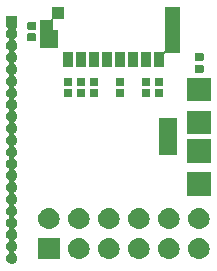
<source format=gbr>
G04 #@! TF.GenerationSoftware,KiCad,Pcbnew,5.1.2+dfsg1-1*
G04 #@! TF.CreationDate,2019-07-11T20:13:02+09:00*
G04 #@! TF.ProjectId,slice_sdusbios,736c6963-655f-4736-9475-7362696f732e,rev?*
G04 #@! TF.SameCoordinates,Original*
G04 #@! TF.FileFunction,Soldermask,Top*
G04 #@! TF.FilePolarity,Negative*
%FSLAX46Y46*%
G04 Gerber Fmt 4.6, Leading zero omitted, Abs format (unit mm)*
G04 Created by KiCad (PCBNEW 5.1.2+dfsg1-1) date 2019-07-11 20:13:02*
%MOMM*%
%LPD*%
G04 APERTURE LIST*
%ADD10C,0.150000*%
G04 APERTURE END LIST*
D10*
G36*
X145726000Y-84976000D02*
G01*
X145700025Y-84976000D01*
X145675639Y-84978402D01*
X145652190Y-84985515D01*
X145630579Y-84997066D01*
X145611637Y-85012611D01*
X145596092Y-85031553D01*
X145584541Y-85053164D01*
X145577428Y-85076613D01*
X145575026Y-85100999D01*
X145577428Y-85125385D01*
X145584541Y-85148834D01*
X145603396Y-85180292D01*
X145647694Y-85234269D01*
X145691894Y-85316961D01*
X145719113Y-85406688D01*
X145728303Y-85500000D01*
X145719113Y-85593312D01*
X145691894Y-85683039D01*
X145647694Y-85765731D01*
X145588211Y-85838211D01*
X145515731Y-85897694D01*
X145515726Y-85897697D01*
X145508808Y-85903374D01*
X145491481Y-85920701D01*
X145477867Y-85941075D01*
X145468490Y-85963714D01*
X145463709Y-85987747D01*
X145463709Y-86012251D01*
X145468489Y-86036285D01*
X145477866Y-86058924D01*
X145491480Y-86079298D01*
X145508808Y-86096626D01*
X145515726Y-86102303D01*
X145515731Y-86102306D01*
X145588211Y-86161789D01*
X145647694Y-86234269D01*
X145691894Y-86316961D01*
X145719113Y-86406688D01*
X145728303Y-86500000D01*
X145719113Y-86593312D01*
X145691894Y-86683039D01*
X145647694Y-86765731D01*
X145588211Y-86838211D01*
X145515731Y-86897694D01*
X145515726Y-86897697D01*
X145508808Y-86903374D01*
X145491481Y-86920701D01*
X145477867Y-86941075D01*
X145468490Y-86963714D01*
X145463709Y-86987747D01*
X145463709Y-87012251D01*
X145468489Y-87036285D01*
X145477866Y-87058924D01*
X145491480Y-87079298D01*
X145508808Y-87096626D01*
X145515726Y-87102303D01*
X145515731Y-87102306D01*
X145588211Y-87161789D01*
X145647694Y-87234269D01*
X145691894Y-87316961D01*
X145719113Y-87406688D01*
X145728303Y-87500000D01*
X145719113Y-87593312D01*
X145691894Y-87683039D01*
X145647694Y-87765731D01*
X145588211Y-87838211D01*
X145515731Y-87897694D01*
X145515726Y-87897697D01*
X145508808Y-87903374D01*
X145491481Y-87920701D01*
X145477867Y-87941075D01*
X145468490Y-87963714D01*
X145463709Y-87987747D01*
X145463709Y-88012251D01*
X145468489Y-88036285D01*
X145477866Y-88058924D01*
X145491480Y-88079298D01*
X145508808Y-88096626D01*
X145515726Y-88102303D01*
X145515731Y-88102306D01*
X145588211Y-88161789D01*
X145647694Y-88234269D01*
X145691894Y-88316961D01*
X145719113Y-88406688D01*
X145728303Y-88500000D01*
X145719113Y-88593312D01*
X145691894Y-88683039D01*
X145647694Y-88765731D01*
X145588211Y-88838211D01*
X145515731Y-88897694D01*
X145515726Y-88897697D01*
X145508808Y-88903374D01*
X145491481Y-88920701D01*
X145477867Y-88941075D01*
X145468490Y-88963714D01*
X145463709Y-88987747D01*
X145463709Y-89012251D01*
X145468489Y-89036285D01*
X145477866Y-89058924D01*
X145491480Y-89079298D01*
X145508808Y-89096626D01*
X145515726Y-89102303D01*
X145515731Y-89102306D01*
X145588211Y-89161789D01*
X145647694Y-89234269D01*
X145691894Y-89316961D01*
X145719113Y-89406688D01*
X145728303Y-89500000D01*
X145719113Y-89593312D01*
X145691894Y-89683039D01*
X145647694Y-89765731D01*
X145588211Y-89838211D01*
X145515731Y-89897694D01*
X145515726Y-89897697D01*
X145508808Y-89903374D01*
X145491481Y-89920701D01*
X145477867Y-89941075D01*
X145468490Y-89963714D01*
X145463709Y-89987747D01*
X145463709Y-90012251D01*
X145468489Y-90036285D01*
X145477866Y-90058924D01*
X145491480Y-90079298D01*
X145508808Y-90096626D01*
X145515726Y-90102303D01*
X145515731Y-90102306D01*
X145588211Y-90161789D01*
X145647694Y-90234269D01*
X145691894Y-90316961D01*
X145719113Y-90406688D01*
X145728303Y-90500000D01*
X145719113Y-90593312D01*
X145691894Y-90683039D01*
X145647694Y-90765731D01*
X145588211Y-90838211D01*
X145515731Y-90897694D01*
X145515726Y-90897697D01*
X145508808Y-90903374D01*
X145491481Y-90920701D01*
X145477867Y-90941075D01*
X145468490Y-90963714D01*
X145463709Y-90987747D01*
X145463709Y-91012251D01*
X145468489Y-91036285D01*
X145477866Y-91058924D01*
X145491480Y-91079298D01*
X145508808Y-91096626D01*
X145515726Y-91102303D01*
X145515731Y-91102306D01*
X145588211Y-91161789D01*
X145647694Y-91234269D01*
X145691894Y-91316961D01*
X145719113Y-91406688D01*
X145728303Y-91500000D01*
X145719113Y-91593312D01*
X145691894Y-91683039D01*
X145647694Y-91765731D01*
X145588211Y-91838211D01*
X145515731Y-91897694D01*
X145515726Y-91897697D01*
X145508808Y-91903374D01*
X145491481Y-91920701D01*
X145477867Y-91941075D01*
X145468490Y-91963714D01*
X145463709Y-91987747D01*
X145463709Y-92012251D01*
X145468489Y-92036285D01*
X145477866Y-92058924D01*
X145491480Y-92079298D01*
X145508808Y-92096626D01*
X145515726Y-92102303D01*
X145515731Y-92102306D01*
X145588211Y-92161789D01*
X145647694Y-92234269D01*
X145691894Y-92316961D01*
X145719113Y-92406688D01*
X145728303Y-92500000D01*
X145719113Y-92593312D01*
X145691894Y-92683039D01*
X145647694Y-92765731D01*
X145588211Y-92838211D01*
X145515731Y-92897694D01*
X145515726Y-92897697D01*
X145508808Y-92903374D01*
X145491481Y-92920701D01*
X145477867Y-92941075D01*
X145468490Y-92963714D01*
X145463709Y-92987747D01*
X145463709Y-93012251D01*
X145468489Y-93036285D01*
X145477866Y-93058924D01*
X145491480Y-93079298D01*
X145508808Y-93096626D01*
X145515726Y-93102303D01*
X145515731Y-93102306D01*
X145588211Y-93161789D01*
X145647694Y-93234269D01*
X145691894Y-93316961D01*
X145719113Y-93406688D01*
X145728303Y-93500000D01*
X145719113Y-93593312D01*
X145691894Y-93683039D01*
X145647694Y-93765731D01*
X145588211Y-93838211D01*
X145515731Y-93897694D01*
X145515726Y-93897697D01*
X145508808Y-93903374D01*
X145491481Y-93920701D01*
X145477867Y-93941075D01*
X145468490Y-93963714D01*
X145463709Y-93987747D01*
X145463709Y-94012251D01*
X145468489Y-94036285D01*
X145477866Y-94058924D01*
X145491480Y-94079298D01*
X145508808Y-94096626D01*
X145515726Y-94102303D01*
X145515731Y-94102306D01*
X145588211Y-94161789D01*
X145647694Y-94234269D01*
X145691894Y-94316961D01*
X145719113Y-94406688D01*
X145728303Y-94500000D01*
X145719113Y-94593312D01*
X145691894Y-94683039D01*
X145647694Y-94765731D01*
X145588211Y-94838211D01*
X145515731Y-94897694D01*
X145515726Y-94897697D01*
X145508808Y-94903374D01*
X145491481Y-94920701D01*
X145477867Y-94941075D01*
X145468490Y-94963714D01*
X145463709Y-94987747D01*
X145463709Y-95012251D01*
X145468489Y-95036285D01*
X145477866Y-95058924D01*
X145491480Y-95079298D01*
X145508808Y-95096626D01*
X145515726Y-95102303D01*
X145515731Y-95102306D01*
X145588211Y-95161789D01*
X145647694Y-95234269D01*
X145691894Y-95316961D01*
X145719113Y-95406688D01*
X145728303Y-95500000D01*
X145719113Y-95593312D01*
X145691894Y-95683039D01*
X145647694Y-95765731D01*
X145588211Y-95838211D01*
X145515731Y-95897694D01*
X145515726Y-95897697D01*
X145508808Y-95903374D01*
X145491481Y-95920701D01*
X145477867Y-95941075D01*
X145468490Y-95963714D01*
X145463709Y-95987747D01*
X145463709Y-96012251D01*
X145468489Y-96036285D01*
X145477866Y-96058924D01*
X145491480Y-96079298D01*
X145508808Y-96096626D01*
X145515726Y-96102303D01*
X145515731Y-96102306D01*
X145588211Y-96161789D01*
X145647694Y-96234269D01*
X145691894Y-96316961D01*
X145719113Y-96406688D01*
X145728303Y-96500000D01*
X145719113Y-96593312D01*
X145691894Y-96683039D01*
X145647694Y-96765731D01*
X145588211Y-96838211D01*
X145515731Y-96897694D01*
X145515726Y-96897697D01*
X145508808Y-96903374D01*
X145491481Y-96920701D01*
X145477867Y-96941075D01*
X145468490Y-96963714D01*
X145463709Y-96987747D01*
X145463709Y-97012251D01*
X145468489Y-97036285D01*
X145477866Y-97058924D01*
X145491480Y-97079298D01*
X145508808Y-97096626D01*
X145515726Y-97102303D01*
X145515731Y-97102306D01*
X145588211Y-97161789D01*
X145647694Y-97234269D01*
X145691894Y-97316961D01*
X145719113Y-97406688D01*
X145728303Y-97500000D01*
X145719113Y-97593312D01*
X145691894Y-97683039D01*
X145647694Y-97765731D01*
X145588211Y-97838211D01*
X145515731Y-97897694D01*
X145515726Y-97897697D01*
X145508808Y-97903374D01*
X145491481Y-97920701D01*
X145477867Y-97941075D01*
X145468490Y-97963714D01*
X145463709Y-97987747D01*
X145463709Y-98012251D01*
X145468489Y-98036285D01*
X145477866Y-98058924D01*
X145491480Y-98079298D01*
X145508808Y-98096626D01*
X145515726Y-98102303D01*
X145515731Y-98102306D01*
X145588211Y-98161789D01*
X145647694Y-98234269D01*
X145691894Y-98316961D01*
X145719113Y-98406688D01*
X145728303Y-98500000D01*
X145719113Y-98593312D01*
X145691894Y-98683039D01*
X145647694Y-98765731D01*
X145588211Y-98838211D01*
X145515731Y-98897694D01*
X145515726Y-98897697D01*
X145508808Y-98903374D01*
X145491481Y-98920701D01*
X145477867Y-98941075D01*
X145468490Y-98963714D01*
X145463709Y-98987747D01*
X145463709Y-99012251D01*
X145468489Y-99036285D01*
X145477866Y-99058924D01*
X145491480Y-99079298D01*
X145508808Y-99096626D01*
X145515726Y-99102303D01*
X145515731Y-99102306D01*
X145588211Y-99161789D01*
X145647694Y-99234269D01*
X145691894Y-99316961D01*
X145719113Y-99406688D01*
X145728303Y-99500000D01*
X145719113Y-99593312D01*
X145691894Y-99683039D01*
X145647694Y-99765731D01*
X145588211Y-99838211D01*
X145515731Y-99897694D01*
X145515726Y-99897697D01*
X145508808Y-99903374D01*
X145491481Y-99920701D01*
X145477867Y-99941075D01*
X145468490Y-99963714D01*
X145463709Y-99987747D01*
X145463709Y-100012251D01*
X145468489Y-100036285D01*
X145477866Y-100058924D01*
X145491480Y-100079298D01*
X145508808Y-100096626D01*
X145515726Y-100102303D01*
X145515731Y-100102306D01*
X145588211Y-100161789D01*
X145647694Y-100234269D01*
X145691894Y-100316961D01*
X145719113Y-100406688D01*
X145728303Y-100500000D01*
X145719113Y-100593312D01*
X145691894Y-100683039D01*
X145647694Y-100765731D01*
X145588211Y-100838211D01*
X145515731Y-100897694D01*
X145515726Y-100897697D01*
X145508808Y-100903374D01*
X145491481Y-100920701D01*
X145477867Y-100941075D01*
X145468490Y-100963714D01*
X145463709Y-100987747D01*
X145463709Y-101012251D01*
X145468489Y-101036285D01*
X145477866Y-101058924D01*
X145491480Y-101079298D01*
X145508808Y-101096626D01*
X145515726Y-101102303D01*
X145515731Y-101102306D01*
X145588211Y-101161789D01*
X145647694Y-101234269D01*
X145691894Y-101316961D01*
X145719113Y-101406688D01*
X145728303Y-101500000D01*
X145719113Y-101593312D01*
X145691894Y-101683039D01*
X145647694Y-101765731D01*
X145588211Y-101838211D01*
X145515731Y-101897694D01*
X145515726Y-101897697D01*
X145508808Y-101903374D01*
X145491481Y-101920701D01*
X145477867Y-101941075D01*
X145468490Y-101963714D01*
X145463709Y-101987747D01*
X145463709Y-102012251D01*
X145468489Y-102036285D01*
X145477866Y-102058924D01*
X145491480Y-102079298D01*
X145508808Y-102096626D01*
X145515726Y-102102303D01*
X145515731Y-102102306D01*
X145588211Y-102161789D01*
X145647694Y-102234269D01*
X145691894Y-102316961D01*
X145719113Y-102406688D01*
X145728303Y-102500000D01*
X145719113Y-102593312D01*
X145691894Y-102683039D01*
X145647694Y-102765731D01*
X145588211Y-102838211D01*
X145515731Y-102897694D01*
X145515726Y-102897697D01*
X145508808Y-102903374D01*
X145491481Y-102920701D01*
X145477867Y-102941075D01*
X145468490Y-102963714D01*
X145463709Y-102987747D01*
X145463709Y-103012251D01*
X145468489Y-103036285D01*
X145477866Y-103058924D01*
X145491480Y-103079298D01*
X145508808Y-103096626D01*
X145515726Y-103102303D01*
X145515731Y-103102306D01*
X145588211Y-103161789D01*
X145647694Y-103234269D01*
X145691894Y-103316961D01*
X145719113Y-103406688D01*
X145728303Y-103500000D01*
X145719113Y-103593312D01*
X145691894Y-103683039D01*
X145647694Y-103765731D01*
X145588211Y-103838211D01*
X145515731Y-103897694D01*
X145515726Y-103897697D01*
X145508808Y-103903374D01*
X145491481Y-103920701D01*
X145477867Y-103941075D01*
X145468490Y-103963714D01*
X145463709Y-103987747D01*
X145463709Y-104012251D01*
X145468489Y-104036285D01*
X145477866Y-104058924D01*
X145491480Y-104079298D01*
X145508808Y-104096626D01*
X145515726Y-104102303D01*
X145515731Y-104102306D01*
X145588211Y-104161789D01*
X145647694Y-104234269D01*
X145691894Y-104316961D01*
X145719113Y-104406688D01*
X145728303Y-104500000D01*
X145719113Y-104593312D01*
X145691894Y-104683039D01*
X145647694Y-104765731D01*
X145588211Y-104838211D01*
X145515731Y-104897694D01*
X145433039Y-104941894D01*
X145343312Y-104969113D01*
X145273384Y-104976000D01*
X145226616Y-104976000D01*
X145156688Y-104969113D01*
X145066961Y-104941894D01*
X144984269Y-104897694D01*
X144911789Y-104838211D01*
X144852306Y-104765731D01*
X144808106Y-104683039D01*
X144780887Y-104593312D01*
X144771697Y-104500000D01*
X144780887Y-104406688D01*
X144808106Y-104316961D01*
X144852306Y-104234269D01*
X144911789Y-104161789D01*
X144984269Y-104102306D01*
X144984274Y-104102303D01*
X144991192Y-104096626D01*
X145008519Y-104079299D01*
X145022133Y-104058925D01*
X145031510Y-104036286D01*
X145036291Y-104012253D01*
X145036291Y-103987749D01*
X145031511Y-103963715D01*
X145022134Y-103941076D01*
X145008520Y-103920702D01*
X144991192Y-103903374D01*
X144984274Y-103897697D01*
X144984269Y-103897694D01*
X144911789Y-103838211D01*
X144852306Y-103765731D01*
X144808106Y-103683039D01*
X144780887Y-103593312D01*
X144771697Y-103500000D01*
X144780887Y-103406688D01*
X144808106Y-103316961D01*
X144852306Y-103234269D01*
X144911789Y-103161789D01*
X144984269Y-103102306D01*
X144984274Y-103102303D01*
X144991192Y-103096626D01*
X145008519Y-103079299D01*
X145022133Y-103058925D01*
X145031510Y-103036286D01*
X145036291Y-103012253D01*
X145036291Y-102987749D01*
X145031511Y-102963715D01*
X145022134Y-102941076D01*
X145008520Y-102920702D01*
X144991192Y-102903374D01*
X144984274Y-102897697D01*
X144984269Y-102897694D01*
X144911789Y-102838211D01*
X144852306Y-102765731D01*
X144808106Y-102683039D01*
X144780887Y-102593312D01*
X144771697Y-102500000D01*
X144780887Y-102406688D01*
X144808106Y-102316961D01*
X144852306Y-102234269D01*
X144911789Y-102161789D01*
X144984269Y-102102306D01*
X144984274Y-102102303D01*
X144991192Y-102096626D01*
X145008519Y-102079299D01*
X145022133Y-102058925D01*
X145031510Y-102036286D01*
X145036291Y-102012253D01*
X145036291Y-101987749D01*
X145031511Y-101963715D01*
X145022134Y-101941076D01*
X145008520Y-101920702D01*
X144991192Y-101903374D01*
X144984274Y-101897697D01*
X144984269Y-101897694D01*
X144911789Y-101838211D01*
X144852306Y-101765731D01*
X144808106Y-101683039D01*
X144780887Y-101593312D01*
X144771697Y-101500000D01*
X144780887Y-101406688D01*
X144808106Y-101316961D01*
X144852306Y-101234269D01*
X144911789Y-101161789D01*
X144984269Y-101102306D01*
X144984274Y-101102303D01*
X144991192Y-101096626D01*
X145008519Y-101079299D01*
X145022133Y-101058925D01*
X145031510Y-101036286D01*
X145036291Y-101012253D01*
X145036291Y-100987749D01*
X145031511Y-100963715D01*
X145022134Y-100941076D01*
X145008520Y-100920702D01*
X144991192Y-100903374D01*
X144984274Y-100897697D01*
X144984269Y-100897694D01*
X144911789Y-100838211D01*
X144852306Y-100765731D01*
X144808106Y-100683039D01*
X144780887Y-100593312D01*
X144771697Y-100500000D01*
X144780887Y-100406688D01*
X144808106Y-100316961D01*
X144852306Y-100234269D01*
X144911789Y-100161789D01*
X144984269Y-100102306D01*
X144984274Y-100102303D01*
X144991192Y-100096626D01*
X145008519Y-100079299D01*
X145022133Y-100058925D01*
X145031510Y-100036286D01*
X145036291Y-100012253D01*
X145036291Y-99987749D01*
X145031511Y-99963715D01*
X145022134Y-99941076D01*
X145008520Y-99920702D01*
X144991192Y-99903374D01*
X144984274Y-99897697D01*
X144984269Y-99897694D01*
X144911789Y-99838211D01*
X144852306Y-99765731D01*
X144808106Y-99683039D01*
X144780887Y-99593312D01*
X144771697Y-99500000D01*
X144780887Y-99406688D01*
X144808106Y-99316961D01*
X144852306Y-99234269D01*
X144911789Y-99161789D01*
X144984269Y-99102306D01*
X144984274Y-99102303D01*
X144991192Y-99096626D01*
X145008519Y-99079299D01*
X145022133Y-99058925D01*
X145031510Y-99036286D01*
X145036291Y-99012253D01*
X145036291Y-98987749D01*
X145031511Y-98963715D01*
X145022134Y-98941076D01*
X145008520Y-98920702D01*
X144991192Y-98903374D01*
X144984274Y-98897697D01*
X144984269Y-98897694D01*
X144911789Y-98838211D01*
X144852306Y-98765731D01*
X144808106Y-98683039D01*
X144780887Y-98593312D01*
X144771697Y-98500000D01*
X144780887Y-98406688D01*
X144808106Y-98316961D01*
X144852306Y-98234269D01*
X144911789Y-98161789D01*
X144984269Y-98102306D01*
X144984274Y-98102303D01*
X144991192Y-98096626D01*
X145008519Y-98079299D01*
X145022133Y-98058925D01*
X145031510Y-98036286D01*
X145036291Y-98012253D01*
X145036291Y-97987749D01*
X145031511Y-97963715D01*
X145022134Y-97941076D01*
X145008520Y-97920702D01*
X144991192Y-97903374D01*
X144984274Y-97897697D01*
X144984269Y-97897694D01*
X144911789Y-97838211D01*
X144852306Y-97765731D01*
X144808106Y-97683039D01*
X144780887Y-97593312D01*
X144771697Y-97500000D01*
X144780887Y-97406688D01*
X144808106Y-97316961D01*
X144852306Y-97234269D01*
X144911789Y-97161789D01*
X144984269Y-97102306D01*
X144984274Y-97102303D01*
X144991192Y-97096626D01*
X145008519Y-97079299D01*
X145022133Y-97058925D01*
X145031510Y-97036286D01*
X145036291Y-97012253D01*
X145036291Y-96987749D01*
X145031511Y-96963715D01*
X145022134Y-96941076D01*
X145008520Y-96920702D01*
X144991192Y-96903374D01*
X144984274Y-96897697D01*
X144984269Y-96897694D01*
X144911789Y-96838211D01*
X144852306Y-96765731D01*
X144808106Y-96683039D01*
X144780887Y-96593312D01*
X144771697Y-96500000D01*
X144780887Y-96406688D01*
X144808106Y-96316961D01*
X144852306Y-96234269D01*
X144911789Y-96161789D01*
X144984269Y-96102306D01*
X144984274Y-96102303D01*
X144991192Y-96096626D01*
X145008519Y-96079299D01*
X145022133Y-96058925D01*
X145031510Y-96036286D01*
X145036291Y-96012253D01*
X145036291Y-95987749D01*
X145031511Y-95963715D01*
X145022134Y-95941076D01*
X145008520Y-95920702D01*
X144991192Y-95903374D01*
X144984274Y-95897697D01*
X144984269Y-95897694D01*
X144911789Y-95838211D01*
X144852306Y-95765731D01*
X144808106Y-95683039D01*
X144780887Y-95593312D01*
X144771697Y-95500000D01*
X144780887Y-95406688D01*
X144808106Y-95316961D01*
X144852306Y-95234269D01*
X144911789Y-95161789D01*
X144984269Y-95102306D01*
X144984274Y-95102303D01*
X144991192Y-95096626D01*
X145008519Y-95079299D01*
X145022133Y-95058925D01*
X145031510Y-95036286D01*
X145036291Y-95012253D01*
X145036291Y-94987749D01*
X145031511Y-94963715D01*
X145022134Y-94941076D01*
X145008520Y-94920702D01*
X144991192Y-94903374D01*
X144984274Y-94897697D01*
X144984269Y-94897694D01*
X144911789Y-94838211D01*
X144852306Y-94765731D01*
X144808106Y-94683039D01*
X144780887Y-94593312D01*
X144771697Y-94500000D01*
X144780887Y-94406688D01*
X144808106Y-94316961D01*
X144852306Y-94234269D01*
X144911789Y-94161789D01*
X144984269Y-94102306D01*
X144984274Y-94102303D01*
X144991192Y-94096626D01*
X145008519Y-94079299D01*
X145022133Y-94058925D01*
X145031510Y-94036286D01*
X145036291Y-94012253D01*
X145036291Y-93987749D01*
X145031511Y-93963715D01*
X145022134Y-93941076D01*
X145008520Y-93920702D01*
X144991192Y-93903374D01*
X144984274Y-93897697D01*
X144984269Y-93897694D01*
X144911789Y-93838211D01*
X144852306Y-93765731D01*
X144808106Y-93683039D01*
X144780887Y-93593312D01*
X144771697Y-93500000D01*
X144780887Y-93406688D01*
X144808106Y-93316961D01*
X144852306Y-93234269D01*
X144911789Y-93161789D01*
X144984269Y-93102306D01*
X144984274Y-93102303D01*
X144991192Y-93096626D01*
X145008519Y-93079299D01*
X145022133Y-93058925D01*
X145031510Y-93036286D01*
X145036291Y-93012253D01*
X145036291Y-92987749D01*
X145031511Y-92963715D01*
X145022134Y-92941076D01*
X145008520Y-92920702D01*
X144991192Y-92903374D01*
X144984274Y-92897697D01*
X144984269Y-92897694D01*
X144911789Y-92838211D01*
X144852306Y-92765731D01*
X144808106Y-92683039D01*
X144780887Y-92593312D01*
X144771697Y-92500000D01*
X144780887Y-92406688D01*
X144808106Y-92316961D01*
X144852306Y-92234269D01*
X144911789Y-92161789D01*
X144984269Y-92102306D01*
X144984274Y-92102303D01*
X144991192Y-92096626D01*
X145008519Y-92079299D01*
X145022133Y-92058925D01*
X145031510Y-92036286D01*
X145036291Y-92012253D01*
X145036291Y-91987749D01*
X145031511Y-91963715D01*
X145022134Y-91941076D01*
X145008520Y-91920702D01*
X144991192Y-91903374D01*
X144984274Y-91897697D01*
X144984269Y-91897694D01*
X144911789Y-91838211D01*
X144852306Y-91765731D01*
X144808106Y-91683039D01*
X144780887Y-91593312D01*
X144771697Y-91500000D01*
X144780887Y-91406688D01*
X144808106Y-91316961D01*
X144852306Y-91234269D01*
X144911789Y-91161789D01*
X144984269Y-91102306D01*
X144984274Y-91102303D01*
X144991192Y-91096626D01*
X145008519Y-91079299D01*
X145022133Y-91058925D01*
X145031510Y-91036286D01*
X145036291Y-91012253D01*
X145036291Y-90987749D01*
X145031511Y-90963715D01*
X145022134Y-90941076D01*
X145008520Y-90920702D01*
X144991192Y-90903374D01*
X144984274Y-90897697D01*
X144984269Y-90897694D01*
X144911789Y-90838211D01*
X144852306Y-90765731D01*
X144808106Y-90683039D01*
X144780887Y-90593312D01*
X144771697Y-90500000D01*
X144780887Y-90406688D01*
X144808106Y-90316961D01*
X144852306Y-90234269D01*
X144911789Y-90161789D01*
X144984269Y-90102306D01*
X144984274Y-90102303D01*
X144991192Y-90096626D01*
X145008519Y-90079299D01*
X145022133Y-90058925D01*
X145031510Y-90036286D01*
X145036291Y-90012253D01*
X145036291Y-89987749D01*
X145031511Y-89963715D01*
X145022134Y-89941076D01*
X145008520Y-89920702D01*
X144991192Y-89903374D01*
X144984274Y-89897697D01*
X144984269Y-89897694D01*
X144911789Y-89838211D01*
X144852306Y-89765731D01*
X144808106Y-89683039D01*
X144780887Y-89593312D01*
X144771697Y-89500000D01*
X144780887Y-89406688D01*
X144808106Y-89316961D01*
X144852306Y-89234269D01*
X144911789Y-89161789D01*
X144984269Y-89102306D01*
X144984274Y-89102303D01*
X144991192Y-89096626D01*
X145008519Y-89079299D01*
X145022133Y-89058925D01*
X145031510Y-89036286D01*
X145036291Y-89012253D01*
X145036291Y-88987749D01*
X145031511Y-88963715D01*
X145022134Y-88941076D01*
X145008520Y-88920702D01*
X144991192Y-88903374D01*
X144984274Y-88897697D01*
X144984269Y-88897694D01*
X144911789Y-88838211D01*
X144852306Y-88765731D01*
X144808106Y-88683039D01*
X144780887Y-88593312D01*
X144771697Y-88500000D01*
X144780887Y-88406688D01*
X144808106Y-88316961D01*
X144852306Y-88234269D01*
X144911789Y-88161789D01*
X144984269Y-88102306D01*
X144984274Y-88102303D01*
X144991192Y-88096626D01*
X145008519Y-88079299D01*
X145022133Y-88058925D01*
X145031510Y-88036286D01*
X145036291Y-88012253D01*
X145036291Y-87987749D01*
X145031511Y-87963715D01*
X145022134Y-87941076D01*
X145008520Y-87920702D01*
X144991192Y-87903374D01*
X144984274Y-87897697D01*
X144984269Y-87897694D01*
X144911789Y-87838211D01*
X144852306Y-87765731D01*
X144808106Y-87683039D01*
X144780887Y-87593312D01*
X144771697Y-87500000D01*
X144780887Y-87406688D01*
X144808106Y-87316961D01*
X144852306Y-87234269D01*
X144911789Y-87161789D01*
X144984269Y-87102306D01*
X144984274Y-87102303D01*
X144991192Y-87096626D01*
X145008519Y-87079299D01*
X145022133Y-87058925D01*
X145031510Y-87036286D01*
X145036291Y-87012253D01*
X145036291Y-86987749D01*
X145031511Y-86963715D01*
X145022134Y-86941076D01*
X145008520Y-86920702D01*
X144991192Y-86903374D01*
X144984274Y-86897697D01*
X144984269Y-86897694D01*
X144911789Y-86838211D01*
X144852306Y-86765731D01*
X144808106Y-86683039D01*
X144780887Y-86593312D01*
X144771697Y-86500000D01*
X144780887Y-86406688D01*
X144808106Y-86316961D01*
X144852306Y-86234269D01*
X144911789Y-86161789D01*
X144984269Y-86102306D01*
X144984274Y-86102303D01*
X144991192Y-86096626D01*
X145008519Y-86079299D01*
X145022133Y-86058925D01*
X145031510Y-86036286D01*
X145036291Y-86012253D01*
X145036291Y-85987749D01*
X145031511Y-85963715D01*
X145022134Y-85941076D01*
X145008520Y-85920702D01*
X144991192Y-85903374D01*
X144984274Y-85897697D01*
X144984269Y-85897694D01*
X144911789Y-85838211D01*
X144852306Y-85765731D01*
X144808106Y-85683039D01*
X144780887Y-85593312D01*
X144771697Y-85500000D01*
X144780887Y-85406688D01*
X144808106Y-85316961D01*
X144852306Y-85234269D01*
X144896606Y-85180289D01*
X144910214Y-85159923D01*
X144919592Y-85137284D01*
X144924372Y-85113251D01*
X144924372Y-85088747D01*
X144919592Y-85064714D01*
X144910214Y-85042075D01*
X144896600Y-85021700D01*
X144879273Y-85004373D01*
X144858899Y-84990760D01*
X144836260Y-84981382D01*
X144799975Y-84976000D01*
X144774000Y-84976000D01*
X144774000Y-84024000D01*
X145726000Y-84024000D01*
X145726000Y-84976000D01*
X145726000Y-84976000D01*
G37*
G36*
X156130442Y-102805518D02*
G01*
X156196627Y-102812037D01*
X156366466Y-102863557D01*
X156522991Y-102947222D01*
X156549665Y-102969113D01*
X156660186Y-103059814D01*
X156743448Y-103161271D01*
X156772778Y-103197009D01*
X156856443Y-103353534D01*
X156907963Y-103523373D01*
X156925359Y-103700000D01*
X156907963Y-103876627D01*
X156859531Y-104036285D01*
X156856442Y-104046468D01*
X156838894Y-104079298D01*
X156772778Y-104202991D01*
X156747109Y-104234269D01*
X156660186Y-104340186D01*
X156579149Y-104406690D01*
X156522991Y-104452778D01*
X156366466Y-104536443D01*
X156196627Y-104587963D01*
X156130443Y-104594481D01*
X156064260Y-104601000D01*
X155975740Y-104601000D01*
X155909557Y-104594481D01*
X155843373Y-104587963D01*
X155673534Y-104536443D01*
X155517009Y-104452778D01*
X155460851Y-104406690D01*
X155379814Y-104340186D01*
X155292891Y-104234269D01*
X155267222Y-104202991D01*
X155201106Y-104079298D01*
X155183558Y-104046468D01*
X155180469Y-104036285D01*
X155132037Y-103876627D01*
X155114641Y-103700000D01*
X155132037Y-103523373D01*
X155183557Y-103353534D01*
X155267222Y-103197009D01*
X155296552Y-103161271D01*
X155379814Y-103059814D01*
X155490335Y-102969113D01*
X155517009Y-102947222D01*
X155673534Y-102863557D01*
X155843373Y-102812037D01*
X155909557Y-102805519D01*
X155975740Y-102799000D01*
X156064260Y-102799000D01*
X156130442Y-102805518D01*
X156130442Y-102805518D01*
G37*
G36*
X158670442Y-102805518D02*
G01*
X158736627Y-102812037D01*
X158906466Y-102863557D01*
X159062991Y-102947222D01*
X159089665Y-102969113D01*
X159200186Y-103059814D01*
X159283448Y-103161271D01*
X159312778Y-103197009D01*
X159396443Y-103353534D01*
X159447963Y-103523373D01*
X159465359Y-103700000D01*
X159447963Y-103876627D01*
X159399531Y-104036285D01*
X159396442Y-104046468D01*
X159378894Y-104079298D01*
X159312778Y-104202991D01*
X159287109Y-104234269D01*
X159200186Y-104340186D01*
X159119149Y-104406690D01*
X159062991Y-104452778D01*
X158906466Y-104536443D01*
X158736627Y-104587963D01*
X158670443Y-104594481D01*
X158604260Y-104601000D01*
X158515740Y-104601000D01*
X158449557Y-104594481D01*
X158383373Y-104587963D01*
X158213534Y-104536443D01*
X158057009Y-104452778D01*
X158000851Y-104406690D01*
X157919814Y-104340186D01*
X157832891Y-104234269D01*
X157807222Y-104202991D01*
X157741106Y-104079298D01*
X157723558Y-104046468D01*
X157720469Y-104036285D01*
X157672037Y-103876627D01*
X157654641Y-103700000D01*
X157672037Y-103523373D01*
X157723557Y-103353534D01*
X157807222Y-103197009D01*
X157836552Y-103161271D01*
X157919814Y-103059814D01*
X158030335Y-102969113D01*
X158057009Y-102947222D01*
X158213534Y-102863557D01*
X158383373Y-102812037D01*
X158449557Y-102805519D01*
X158515740Y-102799000D01*
X158604260Y-102799000D01*
X158670442Y-102805518D01*
X158670442Y-102805518D01*
G37*
G36*
X153590442Y-102805518D02*
G01*
X153656627Y-102812037D01*
X153826466Y-102863557D01*
X153982991Y-102947222D01*
X154009665Y-102969113D01*
X154120186Y-103059814D01*
X154203448Y-103161271D01*
X154232778Y-103197009D01*
X154316443Y-103353534D01*
X154367963Y-103523373D01*
X154385359Y-103700000D01*
X154367963Y-103876627D01*
X154319531Y-104036285D01*
X154316442Y-104046468D01*
X154298894Y-104079298D01*
X154232778Y-104202991D01*
X154207109Y-104234269D01*
X154120186Y-104340186D01*
X154039149Y-104406690D01*
X153982991Y-104452778D01*
X153826466Y-104536443D01*
X153656627Y-104587963D01*
X153590443Y-104594481D01*
X153524260Y-104601000D01*
X153435740Y-104601000D01*
X153369557Y-104594481D01*
X153303373Y-104587963D01*
X153133534Y-104536443D01*
X152977009Y-104452778D01*
X152920851Y-104406690D01*
X152839814Y-104340186D01*
X152752891Y-104234269D01*
X152727222Y-104202991D01*
X152661106Y-104079298D01*
X152643558Y-104046468D01*
X152640469Y-104036285D01*
X152592037Y-103876627D01*
X152574641Y-103700000D01*
X152592037Y-103523373D01*
X152643557Y-103353534D01*
X152727222Y-103197009D01*
X152756552Y-103161271D01*
X152839814Y-103059814D01*
X152950335Y-102969113D01*
X152977009Y-102947222D01*
X153133534Y-102863557D01*
X153303373Y-102812037D01*
X153369557Y-102805519D01*
X153435740Y-102799000D01*
X153524260Y-102799000D01*
X153590442Y-102805518D01*
X153590442Y-102805518D01*
G37*
G36*
X149301000Y-104601000D02*
G01*
X147499000Y-104601000D01*
X147499000Y-102799000D01*
X149301000Y-102799000D01*
X149301000Y-104601000D01*
X149301000Y-104601000D01*
G37*
G36*
X161210442Y-102805518D02*
G01*
X161276627Y-102812037D01*
X161446466Y-102863557D01*
X161602991Y-102947222D01*
X161629665Y-102969113D01*
X161740186Y-103059814D01*
X161823448Y-103161271D01*
X161852778Y-103197009D01*
X161936443Y-103353534D01*
X161987963Y-103523373D01*
X162005359Y-103700000D01*
X161987963Y-103876627D01*
X161939531Y-104036285D01*
X161936442Y-104046468D01*
X161918894Y-104079298D01*
X161852778Y-104202991D01*
X161827109Y-104234269D01*
X161740186Y-104340186D01*
X161659149Y-104406690D01*
X161602991Y-104452778D01*
X161446466Y-104536443D01*
X161276627Y-104587963D01*
X161210443Y-104594481D01*
X161144260Y-104601000D01*
X161055740Y-104601000D01*
X160989557Y-104594481D01*
X160923373Y-104587963D01*
X160753534Y-104536443D01*
X160597009Y-104452778D01*
X160540851Y-104406690D01*
X160459814Y-104340186D01*
X160372891Y-104234269D01*
X160347222Y-104202991D01*
X160281106Y-104079298D01*
X160263558Y-104046468D01*
X160260469Y-104036285D01*
X160212037Y-103876627D01*
X160194641Y-103700000D01*
X160212037Y-103523373D01*
X160263557Y-103353534D01*
X160347222Y-103197009D01*
X160376552Y-103161271D01*
X160459814Y-103059814D01*
X160570335Y-102969113D01*
X160597009Y-102947222D01*
X160753534Y-102863557D01*
X160923373Y-102812037D01*
X160989557Y-102805519D01*
X161055740Y-102799000D01*
X161144260Y-102799000D01*
X161210442Y-102805518D01*
X161210442Y-102805518D01*
G37*
G36*
X151050442Y-102805518D02*
G01*
X151116627Y-102812037D01*
X151286466Y-102863557D01*
X151442991Y-102947222D01*
X151469665Y-102969113D01*
X151580186Y-103059814D01*
X151663448Y-103161271D01*
X151692778Y-103197009D01*
X151776443Y-103353534D01*
X151827963Y-103523373D01*
X151845359Y-103700000D01*
X151827963Y-103876627D01*
X151779531Y-104036285D01*
X151776442Y-104046468D01*
X151758894Y-104079298D01*
X151692778Y-104202991D01*
X151667109Y-104234269D01*
X151580186Y-104340186D01*
X151499149Y-104406690D01*
X151442991Y-104452778D01*
X151286466Y-104536443D01*
X151116627Y-104587963D01*
X151050443Y-104594481D01*
X150984260Y-104601000D01*
X150895740Y-104601000D01*
X150829557Y-104594481D01*
X150763373Y-104587963D01*
X150593534Y-104536443D01*
X150437009Y-104452778D01*
X150380851Y-104406690D01*
X150299814Y-104340186D01*
X150212891Y-104234269D01*
X150187222Y-104202991D01*
X150121106Y-104079298D01*
X150103558Y-104046468D01*
X150100469Y-104036285D01*
X150052037Y-103876627D01*
X150034641Y-103700000D01*
X150052037Y-103523373D01*
X150103557Y-103353534D01*
X150187222Y-103197009D01*
X150216552Y-103161271D01*
X150299814Y-103059814D01*
X150410335Y-102969113D01*
X150437009Y-102947222D01*
X150593534Y-102863557D01*
X150763373Y-102812037D01*
X150829557Y-102805519D01*
X150895740Y-102799000D01*
X150984260Y-102799000D01*
X151050442Y-102805518D01*
X151050442Y-102805518D01*
G37*
G36*
X148510443Y-100265519D02*
G01*
X148576627Y-100272037D01*
X148746466Y-100323557D01*
X148902991Y-100407222D01*
X148938729Y-100436552D01*
X149040186Y-100519814D01*
X149100503Y-100593312D01*
X149152778Y-100657009D01*
X149194610Y-100735271D01*
X149210891Y-100765729D01*
X149236443Y-100813534D01*
X149287963Y-100983373D01*
X149305359Y-101160000D01*
X149287963Y-101336627D01*
X149236443Y-101506466D01*
X149152778Y-101662991D01*
X149136325Y-101683039D01*
X149040186Y-101800186D01*
X148938729Y-101883448D01*
X148902991Y-101912778D01*
X148746466Y-101996443D01*
X148576627Y-102047963D01*
X148510442Y-102054482D01*
X148444260Y-102061000D01*
X148355740Y-102061000D01*
X148289558Y-102054482D01*
X148223373Y-102047963D01*
X148053534Y-101996443D01*
X147897009Y-101912778D01*
X147861271Y-101883448D01*
X147759814Y-101800186D01*
X147663675Y-101683039D01*
X147647222Y-101662991D01*
X147563557Y-101506466D01*
X147512037Y-101336627D01*
X147494641Y-101160000D01*
X147512037Y-100983373D01*
X147563557Y-100813534D01*
X147589110Y-100765729D01*
X147605389Y-100735272D01*
X147647222Y-100657009D01*
X147699497Y-100593312D01*
X147759814Y-100519814D01*
X147861271Y-100436552D01*
X147897009Y-100407222D01*
X148053534Y-100323557D01*
X148223373Y-100272037D01*
X148289558Y-100265518D01*
X148355740Y-100259000D01*
X148444260Y-100259000D01*
X148510443Y-100265519D01*
X148510443Y-100265519D01*
G37*
G36*
X151050443Y-100265519D02*
G01*
X151116627Y-100272037D01*
X151286466Y-100323557D01*
X151442991Y-100407222D01*
X151478729Y-100436552D01*
X151580186Y-100519814D01*
X151640503Y-100593312D01*
X151692778Y-100657009D01*
X151734610Y-100735271D01*
X151750891Y-100765729D01*
X151776443Y-100813534D01*
X151827963Y-100983373D01*
X151845359Y-101160000D01*
X151827963Y-101336627D01*
X151776443Y-101506466D01*
X151692778Y-101662991D01*
X151676325Y-101683039D01*
X151580186Y-101800186D01*
X151478729Y-101883448D01*
X151442991Y-101912778D01*
X151286466Y-101996443D01*
X151116627Y-102047963D01*
X151050442Y-102054482D01*
X150984260Y-102061000D01*
X150895740Y-102061000D01*
X150829558Y-102054482D01*
X150763373Y-102047963D01*
X150593534Y-101996443D01*
X150437009Y-101912778D01*
X150401271Y-101883448D01*
X150299814Y-101800186D01*
X150203675Y-101683039D01*
X150187222Y-101662991D01*
X150103557Y-101506466D01*
X150052037Y-101336627D01*
X150034641Y-101160000D01*
X150052037Y-100983373D01*
X150103557Y-100813534D01*
X150129110Y-100765729D01*
X150145389Y-100735272D01*
X150187222Y-100657009D01*
X150239497Y-100593312D01*
X150299814Y-100519814D01*
X150401271Y-100436552D01*
X150437009Y-100407222D01*
X150593534Y-100323557D01*
X150763373Y-100272037D01*
X150829558Y-100265518D01*
X150895740Y-100259000D01*
X150984260Y-100259000D01*
X151050443Y-100265519D01*
X151050443Y-100265519D01*
G37*
G36*
X153590443Y-100265519D02*
G01*
X153656627Y-100272037D01*
X153826466Y-100323557D01*
X153982991Y-100407222D01*
X154018729Y-100436552D01*
X154120186Y-100519814D01*
X154180503Y-100593312D01*
X154232778Y-100657009D01*
X154274610Y-100735271D01*
X154290891Y-100765729D01*
X154316443Y-100813534D01*
X154367963Y-100983373D01*
X154385359Y-101160000D01*
X154367963Y-101336627D01*
X154316443Y-101506466D01*
X154232778Y-101662991D01*
X154216325Y-101683039D01*
X154120186Y-101800186D01*
X154018729Y-101883448D01*
X153982991Y-101912778D01*
X153826466Y-101996443D01*
X153656627Y-102047963D01*
X153590442Y-102054482D01*
X153524260Y-102061000D01*
X153435740Y-102061000D01*
X153369558Y-102054482D01*
X153303373Y-102047963D01*
X153133534Y-101996443D01*
X152977009Y-101912778D01*
X152941271Y-101883448D01*
X152839814Y-101800186D01*
X152743675Y-101683039D01*
X152727222Y-101662991D01*
X152643557Y-101506466D01*
X152592037Y-101336627D01*
X152574641Y-101160000D01*
X152592037Y-100983373D01*
X152643557Y-100813534D01*
X152669110Y-100765729D01*
X152685389Y-100735272D01*
X152727222Y-100657009D01*
X152779497Y-100593312D01*
X152839814Y-100519814D01*
X152941271Y-100436552D01*
X152977009Y-100407222D01*
X153133534Y-100323557D01*
X153303373Y-100272037D01*
X153369558Y-100265518D01*
X153435740Y-100259000D01*
X153524260Y-100259000D01*
X153590443Y-100265519D01*
X153590443Y-100265519D01*
G37*
G36*
X156130443Y-100265519D02*
G01*
X156196627Y-100272037D01*
X156366466Y-100323557D01*
X156522991Y-100407222D01*
X156558729Y-100436552D01*
X156660186Y-100519814D01*
X156720503Y-100593312D01*
X156772778Y-100657009D01*
X156814610Y-100735271D01*
X156830891Y-100765729D01*
X156856443Y-100813534D01*
X156907963Y-100983373D01*
X156925359Y-101160000D01*
X156907963Y-101336627D01*
X156856443Y-101506466D01*
X156772778Y-101662991D01*
X156756325Y-101683039D01*
X156660186Y-101800186D01*
X156558729Y-101883448D01*
X156522991Y-101912778D01*
X156366466Y-101996443D01*
X156196627Y-102047963D01*
X156130442Y-102054482D01*
X156064260Y-102061000D01*
X155975740Y-102061000D01*
X155909558Y-102054482D01*
X155843373Y-102047963D01*
X155673534Y-101996443D01*
X155517009Y-101912778D01*
X155481271Y-101883448D01*
X155379814Y-101800186D01*
X155283675Y-101683039D01*
X155267222Y-101662991D01*
X155183557Y-101506466D01*
X155132037Y-101336627D01*
X155114641Y-101160000D01*
X155132037Y-100983373D01*
X155183557Y-100813534D01*
X155209110Y-100765729D01*
X155225389Y-100735272D01*
X155267222Y-100657009D01*
X155319497Y-100593312D01*
X155379814Y-100519814D01*
X155481271Y-100436552D01*
X155517009Y-100407222D01*
X155673534Y-100323557D01*
X155843373Y-100272037D01*
X155909558Y-100265518D01*
X155975740Y-100259000D01*
X156064260Y-100259000D01*
X156130443Y-100265519D01*
X156130443Y-100265519D01*
G37*
G36*
X161210443Y-100265519D02*
G01*
X161276627Y-100272037D01*
X161446466Y-100323557D01*
X161602991Y-100407222D01*
X161638729Y-100436552D01*
X161740186Y-100519814D01*
X161800503Y-100593312D01*
X161852778Y-100657009D01*
X161894610Y-100735271D01*
X161910891Y-100765729D01*
X161936443Y-100813534D01*
X161987963Y-100983373D01*
X162005359Y-101160000D01*
X161987963Y-101336627D01*
X161936443Y-101506466D01*
X161852778Y-101662991D01*
X161836325Y-101683039D01*
X161740186Y-101800186D01*
X161638729Y-101883448D01*
X161602991Y-101912778D01*
X161446466Y-101996443D01*
X161276627Y-102047963D01*
X161210442Y-102054482D01*
X161144260Y-102061000D01*
X161055740Y-102061000D01*
X160989558Y-102054482D01*
X160923373Y-102047963D01*
X160753534Y-101996443D01*
X160597009Y-101912778D01*
X160561271Y-101883448D01*
X160459814Y-101800186D01*
X160363675Y-101683039D01*
X160347222Y-101662991D01*
X160263557Y-101506466D01*
X160212037Y-101336627D01*
X160194641Y-101160000D01*
X160212037Y-100983373D01*
X160263557Y-100813534D01*
X160289110Y-100765729D01*
X160305389Y-100735272D01*
X160347222Y-100657009D01*
X160399497Y-100593312D01*
X160459814Y-100519814D01*
X160561271Y-100436552D01*
X160597009Y-100407222D01*
X160753534Y-100323557D01*
X160923373Y-100272037D01*
X160989558Y-100265518D01*
X161055740Y-100259000D01*
X161144260Y-100259000D01*
X161210443Y-100265519D01*
X161210443Y-100265519D01*
G37*
G36*
X158670443Y-100265519D02*
G01*
X158736627Y-100272037D01*
X158906466Y-100323557D01*
X159062991Y-100407222D01*
X159098729Y-100436552D01*
X159200186Y-100519814D01*
X159260503Y-100593312D01*
X159312778Y-100657009D01*
X159354610Y-100735271D01*
X159370891Y-100765729D01*
X159396443Y-100813534D01*
X159447963Y-100983373D01*
X159465359Y-101160000D01*
X159447963Y-101336627D01*
X159396443Y-101506466D01*
X159312778Y-101662991D01*
X159296325Y-101683039D01*
X159200186Y-101800186D01*
X159098729Y-101883448D01*
X159062991Y-101912778D01*
X158906466Y-101996443D01*
X158736627Y-102047963D01*
X158670442Y-102054482D01*
X158604260Y-102061000D01*
X158515740Y-102061000D01*
X158449558Y-102054482D01*
X158383373Y-102047963D01*
X158213534Y-101996443D01*
X158057009Y-101912778D01*
X158021271Y-101883448D01*
X157919814Y-101800186D01*
X157823675Y-101683039D01*
X157807222Y-101662991D01*
X157723557Y-101506466D01*
X157672037Y-101336627D01*
X157654641Y-101160000D01*
X157672037Y-100983373D01*
X157723557Y-100813534D01*
X157749110Y-100765729D01*
X157765389Y-100735272D01*
X157807222Y-100657009D01*
X157859497Y-100593312D01*
X157919814Y-100519814D01*
X158021271Y-100436552D01*
X158057009Y-100407222D01*
X158213534Y-100323557D01*
X158383373Y-100272037D01*
X158449558Y-100265518D01*
X158515740Y-100259000D01*
X158604260Y-100259000D01*
X158670443Y-100265519D01*
X158670443Y-100265519D01*
G37*
G36*
X162121000Y-99231000D02*
G01*
X160119000Y-99231000D01*
X160119000Y-97229000D01*
X162121000Y-97229000D01*
X162121000Y-99231000D01*
X162121000Y-99231000D01*
G37*
G36*
X162121000Y-96431000D02*
G01*
X160119000Y-96431000D01*
X160119000Y-94429000D01*
X162121000Y-94429000D01*
X162121000Y-96431000D01*
X162121000Y-96431000D01*
G37*
G36*
X159221000Y-95781000D02*
G01*
X157719000Y-95781000D01*
X157719000Y-92679000D01*
X159221000Y-92679000D01*
X159221000Y-95781000D01*
X159221000Y-95781000D01*
G37*
G36*
X162121000Y-94031000D02*
G01*
X160119000Y-94031000D01*
X160119000Y-92029000D01*
X162121000Y-92029000D01*
X162121000Y-94031000D01*
X162121000Y-94031000D01*
G37*
G36*
X162121000Y-91231000D02*
G01*
X160119000Y-91231000D01*
X160119000Y-89229000D01*
X162121000Y-89229000D01*
X162121000Y-91231000D01*
X162121000Y-91231000D01*
G37*
G36*
X158001938Y-90191716D02*
G01*
X158022557Y-90197971D01*
X158041553Y-90208124D01*
X158058208Y-90221792D01*
X158071876Y-90238447D01*
X158082029Y-90257443D01*
X158088284Y-90278062D01*
X158091000Y-90305640D01*
X158091000Y-90764360D01*
X158088284Y-90791938D01*
X158082029Y-90812557D01*
X158071876Y-90831553D01*
X158058208Y-90848208D01*
X158041553Y-90861876D01*
X158022557Y-90872029D01*
X158001938Y-90878284D01*
X157974360Y-90881000D01*
X157465640Y-90881000D01*
X157438062Y-90878284D01*
X157417443Y-90872029D01*
X157398447Y-90861876D01*
X157381792Y-90848208D01*
X157368124Y-90831553D01*
X157357971Y-90812557D01*
X157351716Y-90791938D01*
X157349000Y-90764360D01*
X157349000Y-90305640D01*
X157351716Y-90278062D01*
X157357971Y-90257443D01*
X157368124Y-90238447D01*
X157381792Y-90221792D01*
X157398447Y-90208124D01*
X157417443Y-90197971D01*
X157438062Y-90191716D01*
X157465640Y-90189000D01*
X157974360Y-90189000D01*
X158001938Y-90191716D01*
X158001938Y-90191716D01*
G37*
G36*
X154701938Y-90191716D02*
G01*
X154722557Y-90197971D01*
X154741553Y-90208124D01*
X154758208Y-90221792D01*
X154771876Y-90238447D01*
X154782029Y-90257443D01*
X154788284Y-90278062D01*
X154791000Y-90305640D01*
X154791000Y-90764360D01*
X154788284Y-90791938D01*
X154782029Y-90812557D01*
X154771876Y-90831553D01*
X154758208Y-90848208D01*
X154741553Y-90861876D01*
X154722557Y-90872029D01*
X154701938Y-90878284D01*
X154674360Y-90881000D01*
X154165640Y-90881000D01*
X154138062Y-90878284D01*
X154117443Y-90872029D01*
X154098447Y-90861876D01*
X154081792Y-90848208D01*
X154068124Y-90831553D01*
X154057971Y-90812557D01*
X154051716Y-90791938D01*
X154049000Y-90764360D01*
X154049000Y-90305640D01*
X154051716Y-90278062D01*
X154057971Y-90257443D01*
X154068124Y-90238447D01*
X154081792Y-90221792D01*
X154098447Y-90208124D01*
X154117443Y-90197971D01*
X154138062Y-90191716D01*
X154165640Y-90189000D01*
X154674360Y-90189000D01*
X154701938Y-90191716D01*
X154701938Y-90191716D01*
G37*
G36*
X152501938Y-90191716D02*
G01*
X152522557Y-90197971D01*
X152541553Y-90208124D01*
X152558208Y-90221792D01*
X152571876Y-90238447D01*
X152582029Y-90257443D01*
X152588284Y-90278062D01*
X152591000Y-90305640D01*
X152591000Y-90764360D01*
X152588284Y-90791938D01*
X152582029Y-90812557D01*
X152571876Y-90831553D01*
X152558208Y-90848208D01*
X152541553Y-90861876D01*
X152522557Y-90872029D01*
X152501938Y-90878284D01*
X152474360Y-90881000D01*
X151965640Y-90881000D01*
X151938062Y-90878284D01*
X151917443Y-90872029D01*
X151898447Y-90861876D01*
X151881792Y-90848208D01*
X151868124Y-90831553D01*
X151857971Y-90812557D01*
X151851716Y-90791938D01*
X151849000Y-90764360D01*
X151849000Y-90305640D01*
X151851716Y-90278062D01*
X151857971Y-90257443D01*
X151868124Y-90238447D01*
X151881792Y-90221792D01*
X151898447Y-90208124D01*
X151917443Y-90197971D01*
X151938062Y-90191716D01*
X151965640Y-90189000D01*
X152474360Y-90189000D01*
X152501938Y-90191716D01*
X152501938Y-90191716D01*
G37*
G36*
X156901938Y-90191716D02*
G01*
X156922557Y-90197971D01*
X156941553Y-90208124D01*
X156958208Y-90221792D01*
X156971876Y-90238447D01*
X156982029Y-90257443D01*
X156988284Y-90278062D01*
X156991000Y-90305640D01*
X156991000Y-90764360D01*
X156988284Y-90791938D01*
X156982029Y-90812557D01*
X156971876Y-90831553D01*
X156958208Y-90848208D01*
X156941553Y-90861876D01*
X156922557Y-90872029D01*
X156901938Y-90878284D01*
X156874360Y-90881000D01*
X156365640Y-90881000D01*
X156338062Y-90878284D01*
X156317443Y-90872029D01*
X156298447Y-90861876D01*
X156281792Y-90848208D01*
X156268124Y-90831553D01*
X156257971Y-90812557D01*
X156251716Y-90791938D01*
X156249000Y-90764360D01*
X156249000Y-90305640D01*
X156251716Y-90278062D01*
X156257971Y-90257443D01*
X156268124Y-90238447D01*
X156281792Y-90221792D01*
X156298447Y-90208124D01*
X156317443Y-90197971D01*
X156338062Y-90191716D01*
X156365640Y-90189000D01*
X156874360Y-90189000D01*
X156901938Y-90191716D01*
X156901938Y-90191716D01*
G37*
G36*
X150301938Y-90191716D02*
G01*
X150322557Y-90197971D01*
X150341553Y-90208124D01*
X150358208Y-90221792D01*
X150371876Y-90238447D01*
X150382029Y-90257443D01*
X150388284Y-90278062D01*
X150391000Y-90305640D01*
X150391000Y-90764360D01*
X150388284Y-90791938D01*
X150382029Y-90812557D01*
X150371876Y-90831553D01*
X150358208Y-90848208D01*
X150341553Y-90861876D01*
X150322557Y-90872029D01*
X150301938Y-90878284D01*
X150274360Y-90881000D01*
X149765640Y-90881000D01*
X149738062Y-90878284D01*
X149717443Y-90872029D01*
X149698447Y-90861876D01*
X149681792Y-90848208D01*
X149668124Y-90831553D01*
X149657971Y-90812557D01*
X149651716Y-90791938D01*
X149649000Y-90764360D01*
X149649000Y-90305640D01*
X149651716Y-90278062D01*
X149657971Y-90257443D01*
X149668124Y-90238447D01*
X149681792Y-90221792D01*
X149698447Y-90208124D01*
X149717443Y-90197971D01*
X149738062Y-90191716D01*
X149765640Y-90189000D01*
X150274360Y-90189000D01*
X150301938Y-90191716D01*
X150301938Y-90191716D01*
G37*
G36*
X151401938Y-90191716D02*
G01*
X151422557Y-90197971D01*
X151441553Y-90208124D01*
X151458208Y-90221792D01*
X151471876Y-90238447D01*
X151482029Y-90257443D01*
X151488284Y-90278062D01*
X151491000Y-90305640D01*
X151491000Y-90764360D01*
X151488284Y-90791938D01*
X151482029Y-90812557D01*
X151471876Y-90831553D01*
X151458208Y-90848208D01*
X151441553Y-90861876D01*
X151422557Y-90872029D01*
X151401938Y-90878284D01*
X151374360Y-90881000D01*
X150865640Y-90881000D01*
X150838062Y-90878284D01*
X150817443Y-90872029D01*
X150798447Y-90861876D01*
X150781792Y-90848208D01*
X150768124Y-90831553D01*
X150757971Y-90812557D01*
X150751716Y-90791938D01*
X150749000Y-90764360D01*
X150749000Y-90305640D01*
X150751716Y-90278062D01*
X150757971Y-90257443D01*
X150768124Y-90238447D01*
X150781792Y-90221792D01*
X150798447Y-90208124D01*
X150817443Y-90197971D01*
X150838062Y-90191716D01*
X150865640Y-90189000D01*
X151374360Y-90189000D01*
X151401938Y-90191716D01*
X151401938Y-90191716D01*
G37*
G36*
X156901938Y-89221716D02*
G01*
X156922557Y-89227971D01*
X156941553Y-89238124D01*
X156958208Y-89251792D01*
X156971876Y-89268447D01*
X156982029Y-89287443D01*
X156988284Y-89308062D01*
X156991000Y-89335640D01*
X156991000Y-89794360D01*
X156988284Y-89821938D01*
X156982029Y-89842557D01*
X156971876Y-89861553D01*
X156958208Y-89878208D01*
X156941553Y-89891876D01*
X156922557Y-89902029D01*
X156901938Y-89908284D01*
X156874360Y-89911000D01*
X156365640Y-89911000D01*
X156338062Y-89908284D01*
X156317443Y-89902029D01*
X156298447Y-89891876D01*
X156281792Y-89878208D01*
X156268124Y-89861553D01*
X156257971Y-89842557D01*
X156251716Y-89821938D01*
X156249000Y-89794360D01*
X156249000Y-89335640D01*
X156251716Y-89308062D01*
X156257971Y-89287443D01*
X156268124Y-89268447D01*
X156281792Y-89251792D01*
X156298447Y-89238124D01*
X156317443Y-89227971D01*
X156338062Y-89221716D01*
X156365640Y-89219000D01*
X156874360Y-89219000D01*
X156901938Y-89221716D01*
X156901938Y-89221716D01*
G37*
G36*
X158001938Y-89221716D02*
G01*
X158022557Y-89227971D01*
X158041553Y-89238124D01*
X158058208Y-89251792D01*
X158071876Y-89268447D01*
X158082029Y-89287443D01*
X158088284Y-89308062D01*
X158091000Y-89335640D01*
X158091000Y-89794360D01*
X158088284Y-89821938D01*
X158082029Y-89842557D01*
X158071876Y-89861553D01*
X158058208Y-89878208D01*
X158041553Y-89891876D01*
X158022557Y-89902029D01*
X158001938Y-89908284D01*
X157974360Y-89911000D01*
X157465640Y-89911000D01*
X157438062Y-89908284D01*
X157417443Y-89902029D01*
X157398447Y-89891876D01*
X157381792Y-89878208D01*
X157368124Y-89861553D01*
X157357971Y-89842557D01*
X157351716Y-89821938D01*
X157349000Y-89794360D01*
X157349000Y-89335640D01*
X157351716Y-89308062D01*
X157357971Y-89287443D01*
X157368124Y-89268447D01*
X157381792Y-89251792D01*
X157398447Y-89238124D01*
X157417443Y-89227971D01*
X157438062Y-89221716D01*
X157465640Y-89219000D01*
X157974360Y-89219000D01*
X158001938Y-89221716D01*
X158001938Y-89221716D01*
G37*
G36*
X154701938Y-89221716D02*
G01*
X154722557Y-89227971D01*
X154741553Y-89238124D01*
X154758208Y-89251792D01*
X154771876Y-89268447D01*
X154782029Y-89287443D01*
X154788284Y-89308062D01*
X154791000Y-89335640D01*
X154791000Y-89794360D01*
X154788284Y-89821938D01*
X154782029Y-89842557D01*
X154771876Y-89861553D01*
X154758208Y-89878208D01*
X154741553Y-89891876D01*
X154722557Y-89902029D01*
X154701938Y-89908284D01*
X154674360Y-89911000D01*
X154165640Y-89911000D01*
X154138062Y-89908284D01*
X154117443Y-89902029D01*
X154098447Y-89891876D01*
X154081792Y-89878208D01*
X154068124Y-89861553D01*
X154057971Y-89842557D01*
X154051716Y-89821938D01*
X154049000Y-89794360D01*
X154049000Y-89335640D01*
X154051716Y-89308062D01*
X154057971Y-89287443D01*
X154068124Y-89268447D01*
X154081792Y-89251792D01*
X154098447Y-89238124D01*
X154117443Y-89227971D01*
X154138062Y-89221716D01*
X154165640Y-89219000D01*
X154674360Y-89219000D01*
X154701938Y-89221716D01*
X154701938Y-89221716D01*
G37*
G36*
X152501938Y-89221716D02*
G01*
X152522557Y-89227971D01*
X152541553Y-89238124D01*
X152558208Y-89251792D01*
X152571876Y-89268447D01*
X152582029Y-89287443D01*
X152588284Y-89308062D01*
X152591000Y-89335640D01*
X152591000Y-89794360D01*
X152588284Y-89821938D01*
X152582029Y-89842557D01*
X152571876Y-89861553D01*
X152558208Y-89878208D01*
X152541553Y-89891876D01*
X152522557Y-89902029D01*
X152501938Y-89908284D01*
X152474360Y-89911000D01*
X151965640Y-89911000D01*
X151938062Y-89908284D01*
X151917443Y-89902029D01*
X151898447Y-89891876D01*
X151881792Y-89878208D01*
X151868124Y-89861553D01*
X151857971Y-89842557D01*
X151851716Y-89821938D01*
X151849000Y-89794360D01*
X151849000Y-89335640D01*
X151851716Y-89308062D01*
X151857971Y-89287443D01*
X151868124Y-89268447D01*
X151881792Y-89251792D01*
X151898447Y-89238124D01*
X151917443Y-89227971D01*
X151938062Y-89221716D01*
X151965640Y-89219000D01*
X152474360Y-89219000D01*
X152501938Y-89221716D01*
X152501938Y-89221716D01*
G37*
G36*
X151401938Y-89221716D02*
G01*
X151422557Y-89227971D01*
X151441553Y-89238124D01*
X151458208Y-89251792D01*
X151471876Y-89268447D01*
X151482029Y-89287443D01*
X151488284Y-89308062D01*
X151491000Y-89335640D01*
X151491000Y-89794360D01*
X151488284Y-89821938D01*
X151482029Y-89842557D01*
X151471876Y-89861553D01*
X151458208Y-89878208D01*
X151441553Y-89891876D01*
X151422557Y-89902029D01*
X151401938Y-89908284D01*
X151374360Y-89911000D01*
X150865640Y-89911000D01*
X150838062Y-89908284D01*
X150817443Y-89902029D01*
X150798447Y-89891876D01*
X150781792Y-89878208D01*
X150768124Y-89861553D01*
X150757971Y-89842557D01*
X150751716Y-89821938D01*
X150749000Y-89794360D01*
X150749000Y-89335640D01*
X150751716Y-89308062D01*
X150757971Y-89287443D01*
X150768124Y-89268447D01*
X150781792Y-89251792D01*
X150798447Y-89238124D01*
X150817443Y-89227971D01*
X150838062Y-89221716D01*
X150865640Y-89219000D01*
X151374360Y-89219000D01*
X151401938Y-89221716D01*
X151401938Y-89221716D01*
G37*
G36*
X150301938Y-89221716D02*
G01*
X150322557Y-89227971D01*
X150341553Y-89238124D01*
X150358208Y-89251792D01*
X150371876Y-89268447D01*
X150382029Y-89287443D01*
X150388284Y-89308062D01*
X150391000Y-89335640D01*
X150391000Y-89794360D01*
X150388284Y-89821938D01*
X150382029Y-89842557D01*
X150371876Y-89861553D01*
X150358208Y-89878208D01*
X150341553Y-89891876D01*
X150322557Y-89902029D01*
X150301938Y-89908284D01*
X150274360Y-89911000D01*
X149765640Y-89911000D01*
X149738062Y-89908284D01*
X149717443Y-89902029D01*
X149698447Y-89891876D01*
X149681792Y-89878208D01*
X149668124Y-89861553D01*
X149657971Y-89842557D01*
X149651716Y-89821938D01*
X149649000Y-89794360D01*
X149649000Y-89335640D01*
X149651716Y-89308062D01*
X149657971Y-89287443D01*
X149668124Y-89268447D01*
X149681792Y-89251792D01*
X149698447Y-89238124D01*
X149717443Y-89227971D01*
X149738062Y-89221716D01*
X149765640Y-89219000D01*
X150274360Y-89219000D01*
X150301938Y-89221716D01*
X150301938Y-89221716D01*
G37*
G36*
X161401938Y-88121716D02*
G01*
X161422557Y-88127971D01*
X161441553Y-88138124D01*
X161458208Y-88151792D01*
X161471876Y-88168447D01*
X161482029Y-88187443D01*
X161488284Y-88208062D01*
X161491000Y-88235640D01*
X161491000Y-88694360D01*
X161488284Y-88721938D01*
X161482029Y-88742557D01*
X161471876Y-88761553D01*
X161458208Y-88778208D01*
X161441553Y-88791876D01*
X161422557Y-88802029D01*
X161401938Y-88808284D01*
X161374360Y-88811000D01*
X160865640Y-88811000D01*
X160838062Y-88808284D01*
X160817443Y-88802029D01*
X160798447Y-88791876D01*
X160781792Y-88778208D01*
X160768124Y-88761553D01*
X160757971Y-88742557D01*
X160751716Y-88721938D01*
X160749000Y-88694360D01*
X160749000Y-88235640D01*
X160751716Y-88208062D01*
X160757971Y-88187443D01*
X160768124Y-88168447D01*
X160781792Y-88151792D01*
X160798447Y-88138124D01*
X160817443Y-88127971D01*
X160838062Y-88121716D01*
X160865640Y-88119000D01*
X161374360Y-88119000D01*
X161401938Y-88121716D01*
X161401938Y-88121716D01*
G37*
G36*
X153721000Y-88366000D02*
G01*
X152919000Y-88366000D01*
X152919000Y-87014000D01*
X153721000Y-87014000D01*
X153721000Y-88366000D01*
X153721000Y-88366000D01*
G37*
G36*
X150421000Y-88366000D02*
G01*
X149619000Y-88366000D01*
X149619000Y-87014000D01*
X150421000Y-87014000D01*
X150421000Y-88366000D01*
X150421000Y-88366000D01*
G37*
G36*
X151521000Y-88366000D02*
G01*
X150719000Y-88366000D01*
X150719000Y-87014000D01*
X151521000Y-87014000D01*
X151521000Y-88366000D01*
X151521000Y-88366000D01*
G37*
G36*
X159521000Y-87166000D02*
G01*
X158245999Y-87166000D01*
X158221613Y-87168402D01*
X158198164Y-87175515D01*
X158176553Y-87187066D01*
X158157611Y-87202611D01*
X158142066Y-87221553D01*
X158130515Y-87243164D01*
X158123402Y-87266613D01*
X158121000Y-87290999D01*
X158121000Y-88366000D01*
X157319000Y-88366000D01*
X157319000Y-87014000D01*
X158094001Y-87014000D01*
X158118387Y-87011598D01*
X158141836Y-87004485D01*
X158163447Y-86992934D01*
X158182389Y-86977389D01*
X158197934Y-86958447D01*
X158209485Y-86936836D01*
X158216598Y-86913387D01*
X158219000Y-86889001D01*
X158219000Y-83274000D01*
X159521000Y-83274000D01*
X159521000Y-87166000D01*
X159521000Y-87166000D01*
G37*
G36*
X157021000Y-88366000D02*
G01*
X156219000Y-88366000D01*
X156219000Y-87014000D01*
X157021000Y-87014000D01*
X157021000Y-88366000D01*
X157021000Y-88366000D01*
G37*
G36*
X152621000Y-88366000D02*
G01*
X151819000Y-88366000D01*
X151819000Y-87014000D01*
X152621000Y-87014000D01*
X152621000Y-88366000D01*
X152621000Y-88366000D01*
G37*
G36*
X154821000Y-88366000D02*
G01*
X154019000Y-88366000D01*
X154019000Y-87014000D01*
X154821000Y-87014000D01*
X154821000Y-88366000D01*
X154821000Y-88366000D01*
G37*
G36*
X155921000Y-88366000D02*
G01*
X155119000Y-88366000D01*
X155119000Y-87014000D01*
X155921000Y-87014000D01*
X155921000Y-88366000D01*
X155921000Y-88366000D01*
G37*
G36*
X161401938Y-87151716D02*
G01*
X161422557Y-87157971D01*
X161441553Y-87168124D01*
X161458208Y-87181792D01*
X161471876Y-87198447D01*
X161482029Y-87217443D01*
X161488284Y-87238062D01*
X161491000Y-87265640D01*
X161491000Y-87724360D01*
X161488284Y-87751938D01*
X161482029Y-87772557D01*
X161471876Y-87791553D01*
X161458208Y-87808208D01*
X161441553Y-87821876D01*
X161422557Y-87832029D01*
X161401938Y-87838284D01*
X161374360Y-87841000D01*
X160865640Y-87841000D01*
X160838062Y-87838284D01*
X160817443Y-87832029D01*
X160798447Y-87821876D01*
X160781792Y-87808208D01*
X160768124Y-87791553D01*
X160757971Y-87772557D01*
X160751716Y-87751938D01*
X160749000Y-87724360D01*
X160749000Y-87265640D01*
X160751716Y-87238062D01*
X160757971Y-87217443D01*
X160768124Y-87198447D01*
X160781792Y-87181792D01*
X160798447Y-87168124D01*
X160817443Y-87157971D01*
X160838062Y-87151716D01*
X160865640Y-87149000D01*
X161374360Y-87149000D01*
X161401938Y-87151716D01*
X161401938Y-87151716D01*
G37*
G36*
X149676000Y-84226000D02*
G01*
X148845999Y-84226000D01*
X148821613Y-84228402D01*
X148798164Y-84235515D01*
X148776553Y-84247066D01*
X148757611Y-84262611D01*
X148742066Y-84281553D01*
X148730515Y-84303164D01*
X148723402Y-84326613D01*
X148721000Y-84350999D01*
X148721000Y-85094001D01*
X148723402Y-85118387D01*
X148730515Y-85141836D01*
X148742066Y-85163447D01*
X148757611Y-85182389D01*
X148776553Y-85197934D01*
X148798164Y-85209485D01*
X148821613Y-85216598D01*
X148845999Y-85219000D01*
X149176000Y-85219000D01*
X149176000Y-86721000D01*
X147624000Y-86721000D01*
X147624000Y-85195999D01*
X147621598Y-85171613D01*
X147619000Y-85163048D01*
X147619000Y-84369000D01*
X148499001Y-84369000D01*
X148523387Y-84366598D01*
X148546836Y-84359485D01*
X148568447Y-84347934D01*
X148587389Y-84332389D01*
X148602934Y-84313447D01*
X148614485Y-84291836D01*
X148621598Y-84268387D01*
X148624000Y-84244001D01*
X148624000Y-83274000D01*
X149676000Y-83274000D01*
X149676000Y-84226000D01*
X149676000Y-84226000D01*
G37*
G36*
X147221938Y-85471716D02*
G01*
X147242557Y-85477971D01*
X147261553Y-85488124D01*
X147278208Y-85501792D01*
X147291876Y-85518447D01*
X147302029Y-85537443D01*
X147308284Y-85558062D01*
X147311000Y-85585640D01*
X147311000Y-86044360D01*
X147308284Y-86071938D01*
X147302029Y-86092557D01*
X147291876Y-86111553D01*
X147278208Y-86128208D01*
X147261553Y-86141876D01*
X147242557Y-86152029D01*
X147221938Y-86158284D01*
X147194360Y-86161000D01*
X146685640Y-86161000D01*
X146658062Y-86158284D01*
X146637443Y-86152029D01*
X146618447Y-86141876D01*
X146601792Y-86128208D01*
X146588124Y-86111553D01*
X146577971Y-86092557D01*
X146571716Y-86071938D01*
X146569000Y-86044360D01*
X146569000Y-85585640D01*
X146571716Y-85558062D01*
X146577971Y-85537443D01*
X146588124Y-85518447D01*
X146601792Y-85501792D01*
X146618447Y-85488124D01*
X146637443Y-85477971D01*
X146658062Y-85471716D01*
X146685640Y-85469000D01*
X147194360Y-85469000D01*
X147221938Y-85471716D01*
X147221938Y-85471716D01*
G37*
G36*
X147221938Y-84501716D02*
G01*
X147242557Y-84507971D01*
X147261553Y-84518124D01*
X147278208Y-84531792D01*
X147291876Y-84548447D01*
X147302029Y-84567443D01*
X147308284Y-84588062D01*
X147311000Y-84615640D01*
X147311000Y-85074360D01*
X147308284Y-85101938D01*
X147302029Y-85122557D01*
X147291876Y-85141553D01*
X147278208Y-85158208D01*
X147261553Y-85171876D01*
X147242557Y-85182029D01*
X147221938Y-85188284D01*
X147194360Y-85191000D01*
X146685640Y-85191000D01*
X146658062Y-85188284D01*
X146637443Y-85182029D01*
X146618447Y-85171876D01*
X146601792Y-85158208D01*
X146588124Y-85141553D01*
X146577971Y-85122557D01*
X146571716Y-85101938D01*
X146569000Y-85074360D01*
X146569000Y-84615640D01*
X146571716Y-84588062D01*
X146577971Y-84567443D01*
X146588124Y-84548447D01*
X146601792Y-84531792D01*
X146618447Y-84518124D01*
X146637443Y-84507971D01*
X146658062Y-84501716D01*
X146685640Y-84499000D01*
X147194360Y-84499000D01*
X147221938Y-84501716D01*
X147221938Y-84501716D01*
G37*
M02*

</source>
